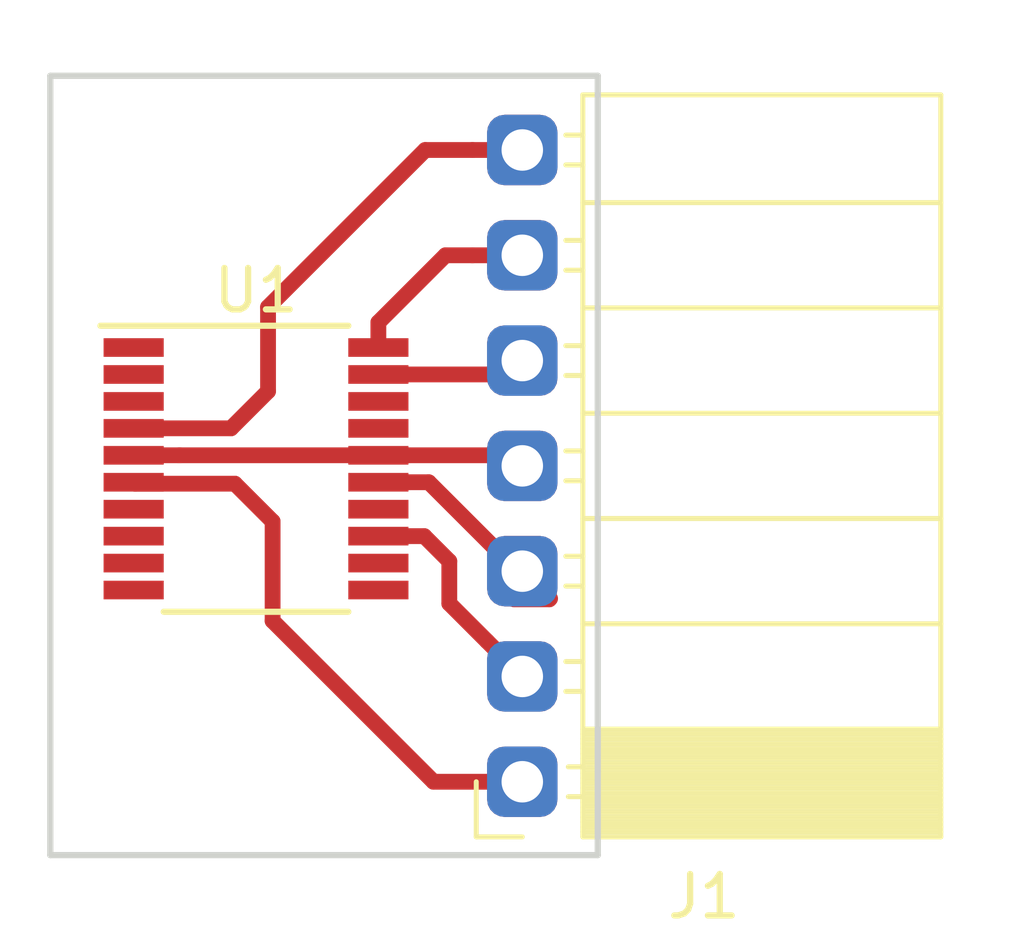
<source format=kicad_pcb>
(kicad_pcb (version 20171130) (host pcbnew "(5.0.0-rc2-dev-607-gccb668c10)")

  (general
    (thickness 1.6)
    (drawings 4)
    (tracks 35)
    (zones 0)
    (modules 2)
    (nets 20)
  )

  (page A4)
  (layers
    (0 F.Cu signal)
    (31 B.Cu signal)
    (32 B.Adhes user)
    (33 F.Adhes user)
    (34 B.Paste user)
    (35 F.Paste user)
    (36 B.SilkS user)
    (37 F.SilkS user)
    (38 B.Mask user)
    (39 F.Mask user)
    (40 Dwgs.User user)
    (41 Cmts.User user)
    (42 Eco1.User user)
    (43 Eco2.User user)
    (44 Edge.Cuts user)
    (45 Margin user)
    (46 B.CrtYd user)
    (47 F.CrtYd user)
    (48 B.Fab user)
    (49 F.Fab user)
  )

  (setup
    (last_trace_width 0.381)
    (user_trace_width 0.381)
    (trace_clearance 0.2)
    (zone_clearance 0.508)
    (zone_45_only no)
    (trace_min 0.2)
    (segment_width 0.2)
    (edge_width 0.15)
    (via_size 0.8)
    (via_drill 0.4)
    (via_min_size 0.4)
    (via_min_drill 0.3)
    (uvia_size 0.3)
    (uvia_drill 0.1)
    (uvias_allowed no)
    (uvia_min_size 0.2)
    (uvia_min_drill 0.1)
    (pcb_text_width 0.3)
    (pcb_text_size 1.5 1.5)
    (mod_edge_width 0.15)
    (mod_text_size 1 1)
    (mod_text_width 0.15)
    (pad_size 1.7 1.7)
    (pad_drill 1)
    (pad_to_mask_clearance 0.2)
    (aux_axis_origin 0 0)
    (visible_elements FFFFFF7F)
    (pcbplotparams
      (layerselection 0x010fc_ffffffff)
      (usegerberextensions false)
      (usegerberattributes false)
      (usegerberadvancedattributes false)
      (creategerberjobfile false)
      (excludeedgelayer true)
      (linewidth 0.100000)
      (plotframeref false)
      (viasonmask false)
      (mode 1)
      (useauxorigin false)
      (hpglpennumber 1)
      (hpglpenspeed 20)
      (hpglpendiameter 15)
      (psnegative false)
      (psa4output false)
      (plotreference true)
      (plotvalue true)
      (plotinvisibletext false)
      (padsonsilk false)
      (subtractmaskfromsilk false)
      (outputformat 1)
      (mirror false)
      (drillshape 1)
      (scaleselection 1)
      (outputdirectory ""))
  )

  (net 0 "")
  (net 1 "Net-(U1-Pad1)")
  (net 2 "Net-(U1-Pad2)")
  (net 3 "Net-(U1-Pad3)")
  (net 4 NRST)
  (net 5 VDD)
  (net 6 Button)
  (net 7 "Net-(U1-Pad7)")
  (net 8 "Net-(U1-Pad8)")
  (net 9 "Net-(U1-Pad9)")
  (net 10 "Net-(U1-Pad10)")
  (net 11 "Net-(U1-Pad11)")
  (net 12 "Net-(U1-Pad12)")
  (net 13 Buzzer)
  (net 14 "Net-(U1-Pad14)")
  (net 15 GND)
  (net 16 "Net-(U1-Pad17)")
  (net 17 "Net-(U1-Pad18)")
  (net 18 SWDIO)
  (net 19 SWCLK)

  (net_class Default "This is the default net class."
    (clearance 0.2)
    (trace_width 0.25)
    (via_dia 0.8)
    (via_drill 0.4)
    (uvia_dia 0.3)
    (uvia_drill 0.1)
    (add_net Button)
    (add_net Buzzer)
    (add_net GND)
    (add_net NRST)
    (add_net "Net-(U1-Pad1)")
    (add_net "Net-(U1-Pad10)")
    (add_net "Net-(U1-Pad11)")
    (add_net "Net-(U1-Pad12)")
    (add_net "Net-(U1-Pad14)")
    (add_net "Net-(U1-Pad17)")
    (add_net "Net-(U1-Pad18)")
    (add_net "Net-(U1-Pad2)")
    (add_net "Net-(U1-Pad3)")
    (add_net "Net-(U1-Pad7)")
    (add_net "Net-(U1-Pad8)")
    (add_net "Net-(U1-Pad9)")
    (add_net SWCLK)
    (add_net SWDIO)
    (add_net VDD)
  )

  (module Package_SO:TSSOP-20_4.4x6.5mm_P0.65mm (layer F.Cu) (tedit 5A02F25C) (tstamp 5AFEB176)
    (at 157.96 97.18)
    (descr "20-Lead Plastic Thin Shrink Small Outline (ST)-4.4 mm Body [TSSOP] (see Microchip Packaging Specification 00000049BS.pdf)")
    (tags "SSOP 0.65")
    (path /5AE8A70D)
    (attr smd)
    (fp_text reference U1 (at 0 -4.3) (layer F.SilkS)
      (effects (font (size 1 1) (thickness 0.15)))
    )
    (fp_text value STM32F042F4Px (at 0 4.3) (layer F.Fab)
      (effects (font (size 1 1) (thickness 0.15)))
    )
    (fp_line (start -1.2 -3.25) (end 2.2 -3.25) (layer F.Fab) (width 0.15))
    (fp_line (start 2.2 -3.25) (end 2.2 3.25) (layer F.Fab) (width 0.15))
    (fp_line (start 2.2 3.25) (end -2.2 3.25) (layer F.Fab) (width 0.15))
    (fp_line (start -2.2 3.25) (end -2.2 -2.25) (layer F.Fab) (width 0.15))
    (fp_line (start -2.2 -2.25) (end -1.2 -3.25) (layer F.Fab) (width 0.15))
    (fp_line (start -3.95 -3.55) (end -3.95 3.55) (layer F.CrtYd) (width 0.05))
    (fp_line (start 3.95 -3.55) (end 3.95 3.55) (layer F.CrtYd) (width 0.05))
    (fp_line (start -3.95 -3.55) (end 3.95 -3.55) (layer F.CrtYd) (width 0.05))
    (fp_line (start -3.95 3.55) (end 3.95 3.55) (layer F.CrtYd) (width 0.05))
    (fp_line (start -2.225 3.45) (end 2.225 3.45) (layer F.SilkS) (width 0.15))
    (fp_line (start -3.75 -3.45) (end 2.225 -3.45) (layer F.SilkS) (width 0.15))
    (fp_text user %R (at 0 0) (layer F.Fab)
      (effects (font (size 0.8 0.8) (thickness 0.15)))
    )
    (pad 1 smd rect (at -2.95 -2.925) (size 1.45 0.45) (layers F.Cu F.Paste F.Mask)
      (net 1 "Net-(U1-Pad1)"))
    (pad 2 smd rect (at -2.95 -2.275) (size 1.45 0.45) (layers F.Cu F.Paste F.Mask)
      (net 2 "Net-(U1-Pad2)"))
    (pad 3 smd rect (at -2.95 -1.625) (size 1.45 0.45) (layers F.Cu F.Paste F.Mask)
      (net 3 "Net-(U1-Pad3)"))
    (pad 4 smd rect (at -2.95 -0.975) (size 1.45 0.45) (layers F.Cu F.Paste F.Mask)
      (net 4 NRST))
    (pad 5 smd rect (at -2.95 -0.325) (size 1.45 0.45) (layers F.Cu F.Paste F.Mask)
      (net 5 VDD))
    (pad 6 smd rect (at -2.95 0.325) (size 1.45 0.45) (layers F.Cu F.Paste F.Mask)
      (net 6 Button))
    (pad 7 smd rect (at -2.95 0.975) (size 1.45 0.45) (layers F.Cu F.Paste F.Mask)
      (net 7 "Net-(U1-Pad7)"))
    (pad 8 smd rect (at -2.95 1.625) (size 1.45 0.45) (layers F.Cu F.Paste F.Mask)
      (net 8 "Net-(U1-Pad8)"))
    (pad 9 smd rect (at -2.95 2.275) (size 1.45 0.45) (layers F.Cu F.Paste F.Mask)
      (net 9 "Net-(U1-Pad9)"))
    (pad 10 smd rect (at -2.95 2.925) (size 1.45 0.45) (layers F.Cu F.Paste F.Mask)
      (net 10 "Net-(U1-Pad10)"))
    (pad 11 smd rect (at 2.95 2.925) (size 1.45 0.45) (layers F.Cu F.Paste F.Mask)
      (net 11 "Net-(U1-Pad11)"))
    (pad 12 smd rect (at 2.95 2.275) (size 1.45 0.45) (layers F.Cu F.Paste F.Mask)
      (net 12 "Net-(U1-Pad12)"))
    (pad 13 smd rect (at 2.95 1.625) (size 1.45 0.45) (layers F.Cu F.Paste F.Mask)
      (net 13 Buzzer))
    (pad 14 smd rect (at 2.95 0.975) (size 1.45 0.45) (layers F.Cu F.Paste F.Mask)
      (net 14 "Net-(U1-Pad14)"))
    (pad 15 smd rect (at 2.95 0.325) (size 1.45 0.45) (layers F.Cu F.Paste F.Mask)
      (net 15 GND))
    (pad 16 smd rect (at 2.95 -0.325) (size 1.45 0.45) (layers F.Cu F.Paste F.Mask)
      (net 5 VDD))
    (pad 17 smd rect (at 2.95 -0.975) (size 1.45 0.45) (layers F.Cu F.Paste F.Mask)
      (net 16 "Net-(U1-Pad17)"))
    (pad 18 smd rect (at 2.95 -1.625) (size 1.45 0.45) (layers F.Cu F.Paste F.Mask)
      (net 17 "Net-(U1-Pad18)"))
    (pad 19 smd rect (at 2.95 -2.275) (size 1.45 0.45) (layers F.Cu F.Paste F.Mask)
      (net 18 SWDIO))
    (pad 20 smd rect (at 2.95 -2.925) (size 1.45 0.45) (layers F.Cu F.Paste F.Mask)
      (net 19 SWCLK))
    (model ${KISYS3DMOD}/Package_SO.3dshapes/TSSOP-20_4.4x6.5mm_P0.65mm.step
      (at (xyz 0 0 0))
      (scale (xyz 1 1 1))
      (rotate (xyz 0 0 0))
    )
  )

  (module Connector_PinSocket_2.54mm:PinSocket_1x07_P2.54mm_Horizontal (layer F.Cu) (tedit 5AE8C209) (tstamp 5AF0685B)
    (at 164.38 104.73 180)
    (descr "Through hole angled socket strip, 1x07, 2.54mm pitch, 8.51mm socket length, single row (from Kicad 4.0.7), script generated")
    (tags "Through hole angled socket strip THT 1x07 2.54mm single row")
    (path /5AE8B9BA)
    (fp_text reference J1 (at -4.38 -2.77 180) (layer F.SilkS)
      (effects (font (size 1 1) (thickness 0.15)))
    )
    (fp_text value Conn_01x07_Female (at -4.38 18.01 180) (layer F.Fab)
      (effects (font (size 1 1) (thickness 0.15)))
    )
    (fp_line (start -10.03 -1.27) (end -2.49 -1.27) (layer F.Fab) (width 0.1))
    (fp_line (start -2.49 -1.27) (end -1.52 -0.3) (layer F.Fab) (width 0.1))
    (fp_line (start -1.52 -0.3) (end -1.52 16.51) (layer F.Fab) (width 0.1))
    (fp_line (start -1.52 16.51) (end -10.03 16.51) (layer F.Fab) (width 0.1))
    (fp_line (start -10.03 16.51) (end -10.03 -1.27) (layer F.Fab) (width 0.1))
    (fp_line (start 0 -0.3) (end -1.52 -0.3) (layer F.Fab) (width 0.1))
    (fp_line (start -1.52 0.3) (end 0 0.3) (layer F.Fab) (width 0.1))
    (fp_line (start 0 0.3) (end 0 -0.3) (layer F.Fab) (width 0.1))
    (fp_line (start 0 2.24) (end -1.52 2.24) (layer F.Fab) (width 0.1))
    (fp_line (start -1.52 2.84) (end 0 2.84) (layer F.Fab) (width 0.1))
    (fp_line (start 0 2.84) (end 0 2.24) (layer F.Fab) (width 0.1))
    (fp_line (start 0 4.78) (end -1.52 4.78) (layer F.Fab) (width 0.1))
    (fp_line (start -1.52 5.38) (end 0 5.38) (layer F.Fab) (width 0.1))
    (fp_line (start 0 5.38) (end 0 4.78) (layer F.Fab) (width 0.1))
    (fp_line (start 0 7.32) (end -1.52 7.32) (layer F.Fab) (width 0.1))
    (fp_line (start -1.52 7.92) (end 0 7.92) (layer F.Fab) (width 0.1))
    (fp_line (start 0 7.92) (end 0 7.32) (layer F.Fab) (width 0.1))
    (fp_line (start 0 9.86) (end -1.52 9.86) (layer F.Fab) (width 0.1))
    (fp_line (start -1.52 10.46) (end 0 10.46) (layer F.Fab) (width 0.1))
    (fp_line (start 0 10.46) (end 0 9.86) (layer F.Fab) (width 0.1))
    (fp_line (start 0 12.4) (end -1.52 12.4) (layer F.Fab) (width 0.1))
    (fp_line (start -1.52 13) (end 0 13) (layer F.Fab) (width 0.1))
    (fp_line (start 0 13) (end 0 12.4) (layer F.Fab) (width 0.1))
    (fp_line (start 0 14.94) (end -1.52 14.94) (layer F.Fab) (width 0.1))
    (fp_line (start -1.52 15.54) (end 0 15.54) (layer F.Fab) (width 0.1))
    (fp_line (start 0 15.54) (end 0 14.94) (layer F.Fab) (width 0.1))
    (fp_line (start -10.09 -1.21) (end -1.46 -1.21) (layer F.SilkS) (width 0.12))
    (fp_line (start -10.09 -1.091905) (end -1.46 -1.091905) (layer F.SilkS) (width 0.12))
    (fp_line (start -10.09 -0.97381) (end -1.46 -0.97381) (layer F.SilkS) (width 0.12))
    (fp_line (start -10.09 -0.855715) (end -1.46 -0.855715) (layer F.SilkS) (width 0.12))
    (fp_line (start -10.09 -0.73762) (end -1.46 -0.73762) (layer F.SilkS) (width 0.12))
    (fp_line (start -10.09 -0.619525) (end -1.46 -0.619525) (layer F.SilkS) (width 0.12))
    (fp_line (start -10.09 -0.50143) (end -1.46 -0.50143) (layer F.SilkS) (width 0.12))
    (fp_line (start -10.09 -0.383335) (end -1.46 -0.383335) (layer F.SilkS) (width 0.12))
    (fp_line (start -10.09 -0.26524) (end -1.46 -0.26524) (layer F.SilkS) (width 0.12))
    (fp_line (start -10.09 -0.147145) (end -1.46 -0.147145) (layer F.SilkS) (width 0.12))
    (fp_line (start -10.09 -0.02905) (end -1.46 -0.02905) (layer F.SilkS) (width 0.12))
    (fp_line (start -10.09 0.089045) (end -1.46 0.089045) (layer F.SilkS) (width 0.12))
    (fp_line (start -10.09 0.20714) (end -1.46 0.20714) (layer F.SilkS) (width 0.12))
    (fp_line (start -10.09 0.325235) (end -1.46 0.325235) (layer F.SilkS) (width 0.12))
    (fp_line (start -10.09 0.44333) (end -1.46 0.44333) (layer F.SilkS) (width 0.12))
    (fp_line (start -10.09 0.561425) (end -1.46 0.561425) (layer F.SilkS) (width 0.12))
    (fp_line (start -10.09 0.67952) (end -1.46 0.67952) (layer F.SilkS) (width 0.12))
    (fp_line (start -10.09 0.797615) (end -1.46 0.797615) (layer F.SilkS) (width 0.12))
    (fp_line (start -10.09 0.91571) (end -1.46 0.91571) (layer F.SilkS) (width 0.12))
    (fp_line (start -10.09 1.033805) (end -1.46 1.033805) (layer F.SilkS) (width 0.12))
    (fp_line (start -10.09 1.1519) (end -1.46 1.1519) (layer F.SilkS) (width 0.12))
    (fp_line (start -1.46 -0.36) (end -1.11 -0.36) (layer F.SilkS) (width 0.12))
    (fp_line (start -1.46 0.36) (end -1.11 0.36) (layer F.SilkS) (width 0.12))
    (fp_line (start -1.46 2.18) (end -1.05 2.18) (layer F.SilkS) (width 0.12))
    (fp_line (start -1.46 2.9) (end -1.05 2.9) (layer F.SilkS) (width 0.12))
    (fp_line (start -1.46 4.72) (end -1.05 4.72) (layer F.SilkS) (width 0.12))
    (fp_line (start -1.46 5.44) (end -1.05 5.44) (layer F.SilkS) (width 0.12))
    (fp_line (start -1.46 7.26) (end -1.05 7.26) (layer F.SilkS) (width 0.12))
    (fp_line (start -1.46 7.98) (end -1.05 7.98) (layer F.SilkS) (width 0.12))
    (fp_line (start -1.46 9.8) (end -1.05 9.8) (layer F.SilkS) (width 0.12))
    (fp_line (start -1.46 10.52) (end -1.05 10.52) (layer F.SilkS) (width 0.12))
    (fp_line (start -1.46 12.34) (end -1.05 12.34) (layer F.SilkS) (width 0.12))
    (fp_line (start -1.46 13.06) (end -1.05 13.06) (layer F.SilkS) (width 0.12))
    (fp_line (start -1.46 14.88) (end -1.05 14.88) (layer F.SilkS) (width 0.12))
    (fp_line (start -1.46 15.6) (end -1.05 15.6) (layer F.SilkS) (width 0.12))
    (fp_line (start -10.09 1.27) (end -1.46 1.27) (layer F.SilkS) (width 0.12))
    (fp_line (start -10.09 3.81) (end -1.46 3.81) (layer F.SilkS) (width 0.12))
    (fp_line (start -10.09 6.35) (end -1.46 6.35) (layer F.SilkS) (width 0.12))
    (fp_line (start -10.09 8.89) (end -1.46 8.89) (layer F.SilkS) (width 0.12))
    (fp_line (start -10.09 11.43) (end -1.46 11.43) (layer F.SilkS) (width 0.12))
    (fp_line (start -10.09 13.97) (end -1.46 13.97) (layer F.SilkS) (width 0.12))
    (fp_line (start -10.09 -1.33) (end -1.46 -1.33) (layer F.SilkS) (width 0.12))
    (fp_line (start -1.46 -1.33) (end -1.46 16.57) (layer F.SilkS) (width 0.12))
    (fp_line (start -10.09 16.57) (end -1.46 16.57) (layer F.SilkS) (width 0.12))
    (fp_line (start -10.09 -1.33) (end -10.09 16.57) (layer F.SilkS) (width 0.12))
    (fp_line (start 1.11 -1.33) (end 1.11 0) (layer F.SilkS) (width 0.12))
    (fp_line (start 0 -1.33) (end 1.11 -1.33) (layer F.SilkS) (width 0.12))
    (fp_line (start 1.75 -1.75) (end -10.55 -1.75) (layer F.CrtYd) (width 0.05))
    (fp_line (start -10.55 -1.75) (end -10.55 17.05) (layer F.CrtYd) (width 0.05))
    (fp_line (start -10.55 17.05) (end 1.75 17.05) (layer F.CrtYd) (width 0.05))
    (fp_line (start 1.75 17.05) (end 1.75 -1.75) (layer F.CrtYd) (width 0.05))
    (fp_text user %R (at -5.775 7.62 270) (layer F.Fab)
      (effects (font (size 1 1) (thickness 0.15)))
    )
    (pad 1 thru_hole roundrect (at 0 0 180) (size 1.7 1.7) (drill 1) (layers *.Cu *.Mask)(roundrect_rratio 0.25)
      (net 6 Button))
    (pad 2 thru_hole roundrect (at 0 2.54 180) (size 1.7 1.7) (drill 1) (layers *.Cu *.Mask)(roundrect_rratio 0.25)
      (net 13 Buzzer))
    (pad 3 thru_hole roundrect (at 0 5.08 180) (size 1.7 1.7) (drill 1) (layers *.Cu *.Mask)(roundrect_rratio 0.25)
      (net 15 GND))
    (pad 4 thru_hole roundrect (at 0 7.62 180) (size 1.7 1.7) (drill 1) (layers *.Cu *.Mask)(roundrect_rratio 0.25)
      (net 5 VDD))
    (pad 5 thru_hole roundrect (at 0 10.16 180) (size 1.7 1.7) (drill 1) (layers *.Cu *.Mask)(roundrect_rratio 0.25)
      (net 18 SWDIO))
    (pad 6 thru_hole roundrect (at 0 12.7 180) (size 1.7 1.7) (drill 1) (layers *.Cu *.Mask)(roundrect_rratio 0.25)
      (net 19 SWCLK))
    (pad 7 thru_hole roundrect (at 0 15.24 180) (size 1.7 1.7) (drill 1) (layers *.Cu *.Mask)(roundrect_rratio 0.25)
      (net 4 NRST))
    (model ${KISYS3DMOD}/Connector_PinSocket_2.54mm.3dshapes/PinSocket_1x07_P2.54mm_Horizontal.step
      (at (xyz 0 0 0))
      (scale (xyz 1 1 1))
      (rotate (xyz 0 0 0))
    )
  )

  (gr_line (start 166.2 106.5) (end 166.2 87.7) (layer Edge.Cuts) (width 0.15))
  (gr_line (start 153 106.5) (end 166.2 106.5) (layer Edge.Cuts) (width 0.15))
  (gr_line (start 153 87.7) (end 153 106.5) (layer Edge.Cuts) (width 0.15))
  (gr_line (start 166.2 87.7) (end 153 87.7) (layer Edge.Cuts) (width 0.15))

  (segment (start 163.177919 89.49) (end 164.38 89.49) (width 0.381) (layer F.Cu) (net 4))
  (segment (start 158.25 93.28) (end 162.04 89.49) (width 0.381) (layer F.Cu) (net 4))
  (segment (start 162.04 89.49) (end 163.177919 89.49) (width 0.381) (layer F.Cu) (net 4))
  (segment (start 158.25 95.31) (end 158.25 93.28) (width 0.381) (layer F.Cu) (net 4))
  (segment (start 155.01 96.205) (end 157.355 96.205) (width 0.381) (layer F.Cu) (net 4))
  (segment (start 157.355 96.205) (end 158.25 95.31) (width 0.381) (layer F.Cu) (net 4))
  (segment (start 156.116 96.855) (end 160.91 96.855) (width 0.381) (layer F.Cu) (net 5))
  (segment (start 155.01 96.855) (end 156.116 96.855) (width 0.381) (layer F.Cu) (net 5))
  (segment (start 164.125 96.855) (end 164.38 97.11) (width 0.381) (layer F.Cu) (net 5))
  (segment (start 160.91 96.855) (end 164.125 96.855) (width 0.381) (layer F.Cu) (net 5))
  (segment (start 162.24 104.73) (end 164.38 104.73) (width 0.381) (layer F.Cu) (net 6))
  (segment (start 155.015 97.505) (end 155.049499 97.539499) (width 0.381) (layer F.Cu) (net 6))
  (segment (start 155.01 97.505) (end 155.015 97.505) (width 0.381) (layer F.Cu) (net 6))
  (segment (start 155.049499 97.539499) (end 157.449499 97.539499) (width 0.381) (layer F.Cu) (net 6))
  (segment (start 157.449499 97.539499) (end 158.36 98.45) (width 0.381) (layer F.Cu) (net 6))
  (segment (start 158.36 98.45) (end 158.36 100.85) (width 0.381) (layer F.Cu) (net 6))
  (segment (start 158.36 100.85) (end 162.24 104.73) (width 0.381) (layer F.Cu) (net 6))
  (segment (start 162.62 100.43) (end 163.530001 101.340001) (width 0.381) (layer F.Cu) (net 13))
  (segment (start 163.530001 101.340001) (end 164.38 102.19) (width 0.381) (layer F.Cu) (net 13))
  (segment (start 160.91 98.805) (end 162.016 98.805) (width 0.381) (layer F.Cu) (net 13))
  (segment (start 162.62 99.409) (end 162.62 100.43) (width 0.381) (layer F.Cu) (net 13))
  (segment (start 162.016 98.805) (end 162.62 99.409) (width 0.381) (layer F.Cu) (net 13))
  (segment (start 165.03 100.33) (end 165.05 100.31) (width 0.381) (layer F.Cu) (net 15))
  (segment (start 164.18 100.33) (end 165.03 100.33) (width 0.381) (layer F.Cu) (net 15))
  (segment (start 164.35 99.68) (end 164.38 99.65) (width 0.381) (layer F.Cu) (net 15))
  (segment (start 164.35 99.73) (end 164.35 99.68) (width 0.381) (layer F.Cu) (net 15))
  (segment (start 160.91 97.505) (end 162.125 97.505) (width 0.381) (layer F.Cu) (net 15))
  (segment (start 162.125 97.505) (end 164.35 99.73) (width 0.381) (layer F.Cu) (net 15))
  (segment (start 164.045 94.905) (end 164.38 94.57) (width 0.381) (layer F.Cu) (net 18))
  (segment (start 160.91 94.905) (end 164.045 94.905) (width 0.381) (layer F.Cu) (net 18))
  (segment (start 160.91 94.255) (end 161.41 94.255) (width 0.381) (layer F.Cu) (net 19))
  (segment (start 163.177919 92.03) (end 164.38 92.03) (width 0.381) (layer F.Cu) (net 19))
  (segment (start 162.529 92.03) (end 163.177919 92.03) (width 0.381) (layer F.Cu) (net 19))
  (segment (start 160.91 93.649) (end 162.529 92.03) (width 0.381) (layer F.Cu) (net 19))
  (segment (start 160.91 94.255) (end 160.91 93.649) (width 0.381) (layer F.Cu) (net 19))

)

</source>
